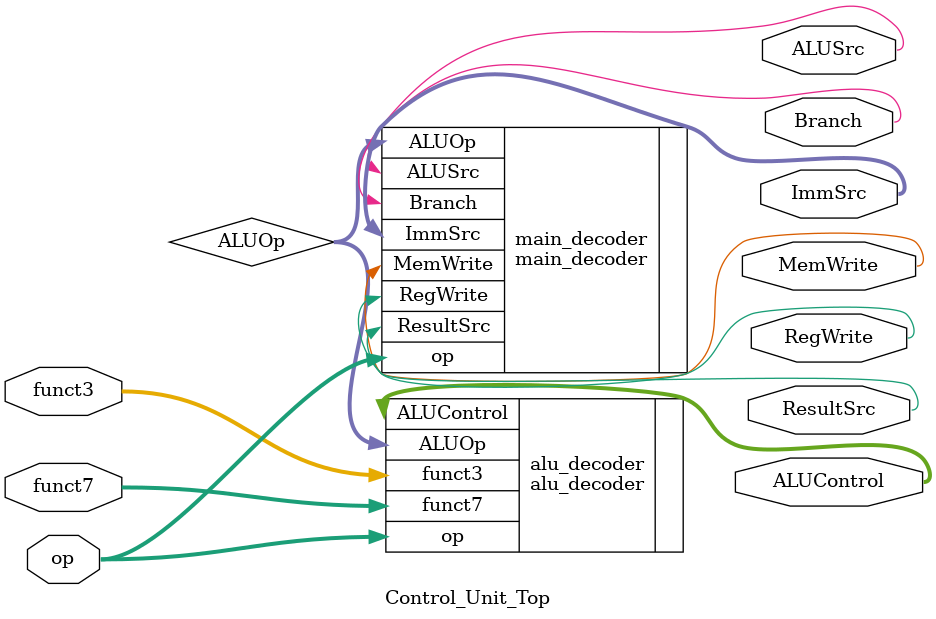
<source format=v>
`include "alu_decoder.v"
`include "main_decoder.v"

module Control_Unit_Top(op,RegWrite,ImmSrc,ALUSrc,MemWrite,ResultSrc,Branch,funct3,funct7,ALUControl);

    input [6:0]op,funct7;
    input [2:0]funct3;
    output RegWrite,ALUSrc,MemWrite,ResultSrc,Branch;
    output [1:0]ImmSrc;
    output [2:0]ALUControl;

    wire [1:0]ALUOp;

    main_decoder main_decoder(
                .op(op),
                .RegWrite(RegWrite),
                .ImmSrc(ImmSrc),
                .MemWrite(MemWrite),
                .ResultSrc(ResultSrc),
                .Branch(Branch),
                .ALUSrc(ALUSrc),
                .ALUOp(ALUOp)
    );

    alu_decoder alu_decoder(
                            .ALUOp(ALUOp),
                            .funct3(funct3),
                            .funct7(funct7),
                            .op(op),
                            .ALUControl(ALUControl)
    );


endmodule
</source>
